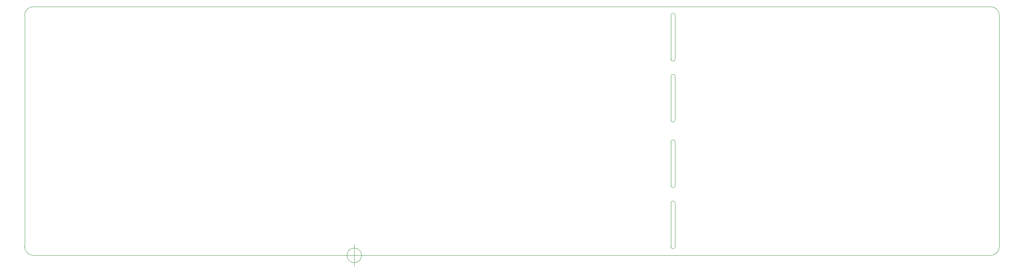
<source format=gm1>
G04 #@! TF.FileFunction,Profile,NP*
%FSLAX46Y46*%
G04 Gerber Fmt 4.6, Leading zero omitted, Abs format (unit mm)*
G04 Created by KiCad (PCBNEW 4.0.7) date 09/25/20 21:30:28*
%MOMM*%
%LPD*%
G01*
G04 APERTURE LIST*
%ADD10C,0.200000*%
%ADD11C,0.100000*%
G04 APERTURE END LIST*
D10*
D11*
X59750000Y-89500000D02*
X62500000Y-89500000D01*
X59750000Y-146500000D02*
X62500000Y-146500000D01*
X279000000Y-146500000D02*
X275250000Y-146500000D01*
X279000000Y-89500000D02*
X205250000Y-89500000D01*
X206750000Y-120500000D02*
X206750000Y-130500000D01*
X206250000Y-131000000D02*
G75*
G03X206750000Y-130500000I0J500000D01*
G01*
X205750000Y-130500000D02*
G75*
G03X206250000Y-131000000I500000J0D01*
G01*
X206750000Y-120500000D02*
G75*
G03X206250000Y-120000000I-500000J0D01*
G01*
X206250000Y-120000000D02*
G75*
G03X205750000Y-120500000I0J-500000D01*
G01*
X206750000Y-105500000D02*
X206750000Y-115500000D01*
X206250000Y-116000000D02*
G75*
G03X206750000Y-115500000I0J500000D01*
G01*
X205750000Y-115500000D02*
G75*
G03X206250000Y-116000000I500000J0D01*
G01*
X206750000Y-105500000D02*
G75*
G03X206250000Y-105000000I-500000J0D01*
G01*
X206250000Y-105000000D02*
G75*
G03X205750000Y-105500000I0J-500000D01*
G01*
X205750000Y-115500000D02*
X205750000Y-105500000D01*
X205750000Y-130500000D02*
X205750000Y-120500000D01*
X205750000Y-101500000D02*
G75*
G03X206250000Y-102000000I500000J0D01*
G01*
X206250000Y-102000000D02*
G75*
G03X206750000Y-101500000I0J500000D01*
G01*
X205750000Y-91500000D02*
X205750000Y-101500000D01*
X206750000Y-91500000D02*
G75*
G03X206250000Y-91000000I-500000J0D01*
G01*
X206250000Y-91000000D02*
G75*
G03X205750000Y-91500000I0J-500000D01*
G01*
X206750000Y-101500000D02*
X206750000Y-91500000D01*
X206750000Y-134500000D02*
G75*
G03X206250000Y-134000000I-500000J0D01*
G01*
X206250000Y-134000000D02*
G75*
G03X205750000Y-134500000I0J-500000D01*
G01*
X206250000Y-145000000D02*
G75*
G03X206750000Y-144500000I0J500000D01*
G01*
X205750000Y-144500000D02*
G75*
G03X206250000Y-145000000I500000J0D01*
G01*
X206750000Y-144500000D02*
X206750000Y-144000000D01*
X206750000Y-134500000D02*
X206750000Y-144000000D01*
X205750000Y-144500000D02*
X205750000Y-134500000D01*
X62500000Y-146500000D02*
X63500000Y-146500000D01*
X63500000Y-89500000D02*
X62500000Y-89500000D01*
X63500000Y-146500000D02*
X133250000Y-146500000D01*
X57750000Y-91500000D02*
X57750000Y-144500000D01*
X63500000Y-89500000D02*
X133250000Y-89500000D01*
X59750000Y-89500000D02*
G75*
G03X57750000Y-91500000I0J-2000000D01*
G01*
X57750000Y-144500000D02*
G75*
G03X59750000Y-146500000I2000000J0D01*
G01*
X205250000Y-89500000D02*
X133250000Y-89500000D01*
X281000000Y-91500000D02*
X281000000Y-144500000D01*
X275250000Y-146500000D02*
X133250000Y-146500000D01*
X281000000Y-91500000D02*
G75*
G03X279000000Y-89500000I-2000000J0D01*
G01*
X279000000Y-146500000D02*
G75*
G03X281000000Y-144500000I0J2000000D01*
G01*
X134916666Y-146500000D02*
G75*
G03X134916666Y-146500000I-1666666J0D01*
G01*
X130750000Y-146500000D02*
X135750000Y-146500000D01*
X133250000Y-144000000D02*
X133250000Y-149000000D01*
M02*

</source>
